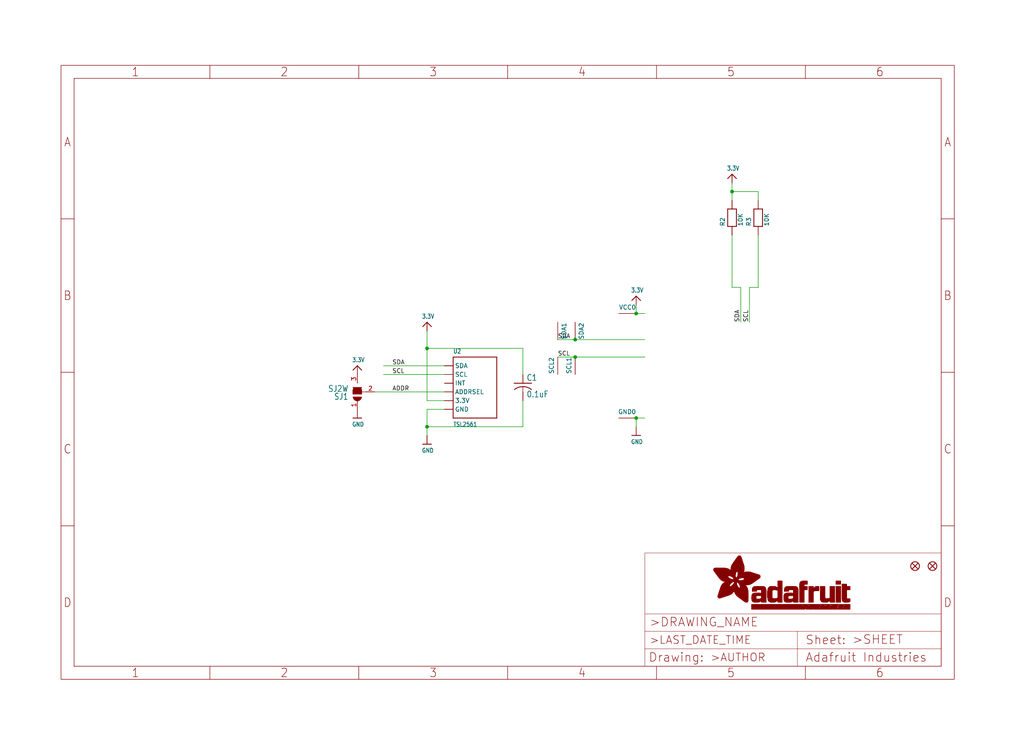
<source format=kicad_sch>
(kicad_sch (version 20211123) (generator eeschema)
  (paper "User" 298.45 217.881)
  (lib_symbols
    (symbol "eagleSchem-eagle-import:3.3V" (power)
      (property "Value" "3.3V" (at -1.524 1.016 0))
      (symbol "3.3V_1_0"
        (pin power_in line (at 0 -2.54 90) (length 2.54) (name "3.3V") (number "1"))
      )
    )
    (symbol "eagleSchem-eagle-import:C-USC0805K"
      (property "Reference" "C" (at 1.016 0.635 0))
      (property "Value" "C-USC0805K" (at 1.016 -4.191 0))
      (symbol "C-USC0805K_1_0"
        (pin passive line (at 0 2.54 270) (length 2.54) (name "1") (number "1"))
        (pin passive line (at 0 -5.08 90) (length 2.54) (name "2") (number "2"))
      )
    )
    (symbol "eagleSchem-eagle-import:FIDUCIAL{dblquote}{dblquote}")
    (symbol "eagleSchem-eagle-import:FRAME_A4_ADAFRUIT"
      (symbol "FRAME_A4_ADAFRUIT_1_0"
        (text "1" (at 21.6958 1.905 0) (effects (font (size 2.54 2.286))))
        (text "1" (at 21.6958 177.165 0) (effects (font (size 2.54 2.286))))
        (text "2" (at 65.0875 1.905 0) (effects (font (size 2.54 2.286))))
        (text "2" (at 65.0875 177.165 0) (effects (font (size 2.54 2.286))))
        (text "3" (at 108.4792 1.905 0) (effects (font (size 2.54 2.286))))
        (text "3" (at 108.4792 177.165 0) (effects (font (size 2.54 2.286))))
        (text "4" (at 151.8708 1.905 0) (effects (font (size 2.54 2.286))))
        (text "4" (at 151.8708 177.165 0) (effects (font (size 2.54 2.286))))
        (text "5" (at 195.2625 1.905 0) (effects (font (size 2.54 2.286))))
        (text "5" (at 195.2625 177.165 0) (effects (font (size 2.54 2.286))))
        (text "6" (at 238.6542 1.905 0) (effects (font (size 2.54 2.286))))
        (text "6" (at 238.6542 177.165 0) (effects (font (size 2.54 2.286))))
        (text ">AUTHOR" (at 189.23 5.08 0) (effects (font (size 2.286 2.286)) (justify left bottom)))
        (text ">DRAWING_NAME" (at 171.45 15.24 0) (effects (font (size 2.54 2.54)) (justify left bottom)))
        (text ">LAST_DATE_TIME" (at 171.45 10.16 0) (effects (font (size 2.286 2.286)) (justify left bottom)))
        (text ">SHEET" (at 230.505 10.16 0) (effects (font (size 2.54 2.54)) (justify left bottom)))
        (text "A" (at 1.905 156.6863 0) (effects (font (size 2.54 2.286))))
        (text "A" (at 258.445 156.6863 0) (effects (font (size 2.54 2.286))))
        (text "Adafruit Industries" (at 216.916 4.953 0) (effects (font (size 2.54 2.54)) (justify left bottom)))
        (text "B" (at 1.905 111.9188 0) (effects (font (size 2.54 2.286))))
        (text "B" (at 258.445 111.9188 0) (effects (font (size 2.54 2.286))))
        (text "C" (at 1.905 67.1513 0) (effects (font (size 2.54 2.286))))
        (text "C" (at 258.445 67.1513 0) (effects (font (size 2.54 2.286))))
        (text "D" (at 1.905 22.3838 0) (effects (font (size 2.54 2.286))))
        (text "D" (at 258.445 22.3838 0) (effects (font (size 2.54 2.286))))
        (text "Drawing:" (at 171.196 4.953 0) (effects (font (size 2.54 2.54)) (justify left bottom)))
        (text "Sheet:" (at 216.916 10.033 0) (effects (font (size 2.54 2.54)) (justify left bottom)))
      )
    )
    (symbol "eagleSchem-eagle-import:GND" (power)
      (property "Value" "GND" (at -1.524 -2.54 0))
      (symbol "GND_1_0"
        (pin power_in line (at 0 2.54 270) (length 2.54) (name "GND") (number "1"))
      )
    )
    (symbol "eagleSchem-eagle-import:RESISTOR_0805"
      (property "Reference" "R" (at -2.54 2.032 0))
      (property "Value" "RESISTOR_0805" (at -2.54 -3.175 0))
      (symbol "RESISTOR_0805_1_0"
        (pin passive line (at -5.08 0 0) (length 2.54) (name "1") (number "1"))
        (pin passive line (at 5.08 0 180) (length 2.54) (name "2") (number "2"))
      )
    )
    (symbol "eagleSchem-eagle-import:SEWTAP0.5IN"
      (property "Reference" "TP" (at 0 2.54 0))
      (symbol "SEWTAP0.5IN_1_0"
        (pin bidirectional line (at 0 0 180) (length 5.08) (name "SEW") (number "TAP"))
      )
    )
    (symbol "eagleSchem-eagle-import:SJ2W"
      (property "Reference" "SJ" (at 2.54 0.381 0))
      (property "Value" "SJ2W" (at 2.54 -1.905 0))
      (symbol "SJ2W_1_0"
        (pin passive line (at 0 5.08 270) (length 2.54) (name "1") (number "1"))
        (pin passive line (at -5.08 0 0) (length 2.54) (name "2") (number "2"))
        (pin passive line (at 0 -5.08 90) (length 2.54) (name "3") (number "3"))
      )
    )
    (symbol "eagleSchem-eagle-import:TSL2561"
      (property "Reference" "U" (at -7.62 8.636 0))
      (property "Value" "TSL2561" (at -7.62 -12.7 0))
      (symbol "TSL2561_1_0"
        (pin bidirectional line (at -10.16 -2.54 0) (length 2.54) (name "ADDRSEL") (number "ADR"))
        (pin bidirectional line (at -10.16 2.54 0) (length 2.54) (name "SCL") (number "CLK"))
        (pin bidirectional line (at -10.16 5.08 0) (length 2.54) (name "SDA") (number "DATA"))
        (pin bidirectional line (at -10.16 0 0) (length 2.54) (name "INT") (number "INT"))
        (pin bidirectional line (at -10.16 -5.08 0) (length 2.54) (name "3.3V") (number "VDD"))
        (pin bidirectional line (at -10.16 -7.62 0) (length 2.54) (name "GND") (number "VSS"))
      )
    )
  )
  (junction (at 167.64 99.06))
  (junction (at 185.42 91.44))
  (junction (at 167.64 104.14))
  (junction (at 124.46 101.6))
  (junction (at 185.42 121.92))
  (junction (at 124.46 124.46))
  (junction (at 213.36 55.88))
  (wire (pts (xy 213.36 83.82) (xy 215.9 83.82)))
  (wire (pts (xy 124.46 124.46) (xy 152.4 124.46)))
  (wire (pts (xy 124.46 101.6) (xy 124.46 96.52)))
  (wire (pts (xy 124.46 119.38) (xy 129.54 119.38)))
  (wire (pts (xy 129.54 116.84) (xy 124.46 116.84)))
  (wire (pts (xy 124.46 116.84) (xy 124.46 101.6)))
  (wire (pts (xy 124.46 124.46) (xy 124.46 119.38)))
  (wire (pts (xy 220.98 55.88) (xy 213.36 55.88)))
  (wire (pts (xy 111.76 106.68) (xy 129.54 106.68)))
  (wire (pts (xy 187.96 104.14) (xy 167.64 104.14)))
  (wire (pts (xy 185.42 121.92) (xy 185.42 124.46)))
  (wire (pts (xy 152.4 101.6) (xy 124.46 101.6)))
  (wire (pts (xy 167.64 99.06) (xy 162.56 99.06)))
  (wire (pts (xy 213.36 58.42) (xy 213.36 55.88)))
  (wire (pts (xy 220.98 58.42) (xy 220.98 55.88)))
  (wire (pts (xy 213.36 68.58) (xy 213.36 83.82)))
  (wire (pts (xy 213.36 55.88) (xy 213.36 53.34)))
  (wire (pts (xy 187.96 121.92) (xy 185.42 121.92)))
  (wire (pts (xy 111.76 109.22) (xy 129.54 109.22)))
  (wire (pts (xy 187.96 99.06) (xy 167.64 99.06)))
  (wire (pts (xy 187.96 91.44) (xy 185.42 91.44)))
  (wire (pts (xy 220.98 68.58) (xy 220.98 83.82)))
  (wire (pts (xy 218.44 83.82) (xy 218.44 93.98)))
  (wire (pts (xy 152.4 109.22) (xy 152.4 101.6)))
  (wire (pts (xy 215.9 83.82) (xy 215.9 93.98)))
  (wire (pts (xy 185.42 91.44) (xy 185.42 88.9)))
  (wire (pts (xy 167.64 104.14) (xy 162.56 104.14)))
  (wire (pts (xy 218.44 83.82) (xy 220.98 83.82)))
  (wire (pts (xy 152.4 124.46) (xy 152.4 116.84)))
  (wire (pts (xy 129.54 114.3) (xy 109.22 114.3)))
  (wire (pts (xy 124.46 127) (xy 124.46 124.46)))
  (label "SDA" (at 162.56 99.06 0) (effects (font (size 1.2446 1.2446))))
  (label "SDA" (at 114.3 106.68 0) (effects (font (size 1.2446 1.2446))))
  (label "SDA" (at 215.9 93.98 90) (effects (font (size 1.2446 1.2446))))
  (label "SCL" (at 218.44 93.98 90) (effects (font (size 1.2446 1.2446))))
  (label "SCL" (at 162.56 104.14 0) (effects (font (size 1.2446 1.2446))))
  (label "ADDR" (at 114.3 114.3 0) (effects (font (size 1.2446 1.2446))))
  (label "SCL" (at 114.3 109.22 0) (effects (font (size 1.2446 1.2446))))
  (symbol (lib_id "eagleSchem-eagle-import:SEWTAP0.5IN") (at 167.64 104.14 90) (unit 1)
    (property "Reference" "SCL1" (at 165.1 104.14 0) (effects (justify right top)))
    (property "Value" "SEWTAP0.5IN" (effects hide))
    (property "Footprint" "eagleSchem:SEWINGTAP_0.5" (effects hide))
  )
  (symbol (lib_id "eagleSchem-eagle-import:SEWTAP0.5IN") (at 162.56 104.14 90) (unit 1)
    (property "Reference" "SCL2" (at 160.02 104.14 0) (effects (justify right top)))
    (property "Value" "SEWTAP0.5IN" (effects hide))
    (property "Footprint" "eagleSchem:SEWINGTAP_0.5" (effects hide))
  )
  (symbol (lib_id "eagleSchem-eagle-import:SEWTAP0.5IN") (at 167.64 99.06 270) (unit 1)
    (property "Reference" "SDA2" (at 170.18 99.06 0) (effects (justify right top)))
    (property "Value" "SEWTAP0.5IN" (effects hide))
    (property "Footprint" "eagleSchem:SEWINGTAP_0.5" (effects hide))
  )
  (symbol (lib_id "eagleSchem-eagle-import:GND") (at 124.46 129.54 0) (unit 1)
    (property "Reference" "#U$12" (effects hide))
    (property "Value" "GND" (at 122.936 132.08 0) (effects (font (size 1.27 1.0795)) (justify left bottom)))
    (property "Footprint" "eagleSchem:" (effects hide))
  )
  (symbol (lib_id "eagleSchem-eagle-import:RESISTOR_0805") (at 213.36 63.5 90) (unit 1)
    (property "Reference" "R2" (at 211.328 66.04 0) (effects (justify left bottom)))
    (property "Value" "10K" (at 216.535 66.04 0) (effects (justify left bottom)))
    (property "Footprint" "eagleSchem:_0805" (effects hide))
  )
  (symbol (lib_id "eagleSchem-eagle-import:3.3V") (at 104.14 106.68 0) (unit 1)
    (property "Reference" "#U$6" (effects hide))
    (property "Value" "3.3V" (at 102.616 105.664 0) (effects (font (size 1.27 1.0795)) (justify left bottom)))
    (property "Footprint" "eagleSchem:" (effects hide))
  )
  (symbol (lib_id "eagleSchem-eagle-import:3.3V") (at 213.36 50.8 0) (unit 1)
    (property "Reference" "#U$11" (effects hide))
    (property "Value" "3.3V" (at 211.836 49.784 0) (effects (font (size 1.27 1.0795)) (justify left bottom)))
    (property "Footprint" "eagleSchem:" (effects hide))
  )
  (symbol (lib_id "eagleSchem-eagle-import:SJ2W") (at 104.14 114.3 180) (unit 1)
    (property "Reference" "SJ1" (at 101.6 114.681 0) (effects (font (size 1.778 1.5113)) (justify left bottom)))
    (property "Value" "SJ2W" (at 101.6 112.395 0) (effects (font (size 1.778 1.5113)) (justify left bottom)))
    (property "Footprint" "eagleSchem:SJ_2" (effects hide))
  )
  (symbol (lib_id "eagleSchem-eagle-import:SEWTAP0.5IN") (at 185.42 91.44 0) (unit 1)
    (property "Reference" "VCC0" (at 185.42 88.9 0) (effects (justify right top)))
    (property "Value" "SEWTAP0.5IN" (effects hide))
    (property "Footprint" "eagleSchem:SEWINGTAP_0.5" (effects hide))
  )
  (symbol (lib_id "eagleSchem-eagle-import:RESISTOR_0805") (at 220.98 63.5 90) (unit 1)
    (property "Reference" "R3" (at 218.948 66.04 0) (effects (justify left bottom)))
    (property "Value" "10K" (at 224.155 66.04 0) (effects (justify left bottom)))
    (property "Footprint" "eagleSchem:_0805" (effects hide))
  )
  (symbol (lib_id "eagleSchem-eagle-import:FIDUCIAL{dblquote}{dblquote}") (at 266.7 165.1 0) (unit 1)
    (property "Reference" "FID2" (effects hide))
    (property "Value" "FIDUCIAL{dblquote}{dblquote}" (effects hide))
    (property "Footprint" "eagleSchem:FIDUCIAL_1MM" (effects hide))
  )
  (symbol (lib_id "eagleSchem-eagle-import:SEWTAP0.5IN") (at 162.56 99.06 270) (unit 1)
    (property "Reference" "SDA1" (at 165.1 99.06 0) (effects (justify right top)))
    (property "Value" "SEWTAP0.5IN" (effects hide))
    (property "Footprint" "eagleSchem:SEWINGTAP_0.5" (effects hide))
  )
  (symbol (lib_id "eagleSchem-eagle-import:GND") (at 185.42 127 0) (unit 1)
    (property "Reference" "#U$10" (effects hide))
    (property "Value" "GND" (at 183.896 129.54 0) (effects (font (size 1.27 1.0795)) (justify left bottom)))
    (property "Footprint" "eagleSchem:" (effects hide))
  )
  (symbol (lib_id "eagleSchem-eagle-import:SEWTAP0.5IN") (at 185.42 121.92 0) (unit 1)
    (property "Reference" "GND0" (at 185.42 119.38 0) (effects (justify right top)))
    (property "Value" "SEWTAP0.5IN" (effects hide))
    (property "Footprint" "eagleSchem:SEWINGTAP_0.5" (effects hide))
  )
  (symbol (lib_id "eagleSchem-eagle-import:FRAME_A4_ADAFRUIT") (at 17.78 198.12 0) (unit 1)
    (property "Reference" "#U$1" (effects hide))
    (property "Value" "FRAME_A4_ADAFRUIT" (effects hide))
    (property "Footprint" "eagleSchem:" (effects hide))
  )
  (symbol (lib_id "eagleSchem-eagle-import:3.3V") (at 185.42 86.36 0) (unit 1)
    (property "Reference" "#U$5" (effects hide))
    (property "Value" "3.3V" (at 183.896 85.344 0) (effects (font (size 1.27 1.0795)) (justify left bottom)))
    (property "Footprint" "eagleSchem:" (effects hide))
  )
  (symbol (lib_id "eagleSchem-eagle-import:GND") (at 104.14 121.92 0) (unit 1)
    (property "Reference" "#U$7" (effects hide))
    (property "Value" "GND" (at 102.616 124.46 0) (effects (font (size 1.27 1.0795)) (justify left bottom)))
    (property "Footprint" "eagleSchem:" (effects hide))
  )
  (symbol (lib_id "eagleSchem-eagle-import:TSL2561") (at 139.7 111.76 0) (unit 1)
    (property "Reference" "U2" (at 132.08 103.124 0) (effects (font (size 1.27 1.0795)) (justify left bottom)))
    (property "Value" "TSL2561" (at 132.08 124.46 0) (effects (font (size 1.27 1.0795)) (justify left bottom)))
    (property "Footprint" "eagleSchem:TSL2561_FN" (effects hide))
  )
  (symbol (lib_id "eagleSchem-eagle-import:FIDUCIAL{dblquote}{dblquote}") (at 271.78 165.1 0) (unit 1)
    (property "Reference" "FID1" (effects hide))
    (property "Value" "FIDUCIAL{dblquote}{dblquote}" (effects hide))
    (property "Footprint" "eagleSchem:FIDUCIAL_1MM" (effects hide))
  )
  (symbol (lib_id "eagleSchem-eagle-import:C-USC0805K") (at 152.4 111.76 0) (unit 1)
    (property "Reference" "C1" (at 153.416 111.125 0) (effects (font (size 1.778 1.5113)) (justify left bottom)))
    (property "Value" "0.1uF" (at 153.416 115.951 0) (effects (font (size 1.778 1.5113)) (justify left bottom)))
    (property "Footprint" "eagleSchem:C0805K" (effects hide))
  )
  (symbol (lib_id "eagleSchem-eagle-import:3.3V") (at 124.46 93.98 0) (unit 1)
    (property "Reference" "#U$2" (effects hide))
    (property "Value" "3.3V" (at 122.936 92.964 0) (effects (font (size 1.27 1.0795)) (justify left bottom)))
    (property "Footprint" "eagleSchem:" (effects hide))
  )
)
</source>
